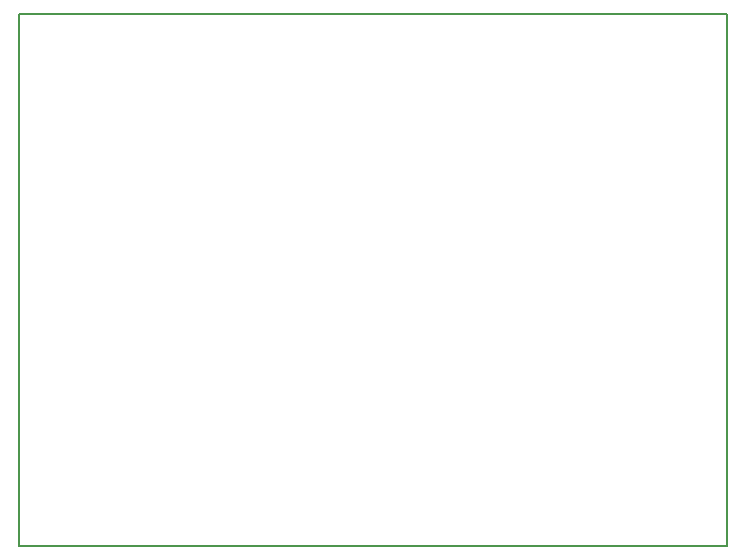
<source format=gbr>
%TF.GenerationSoftware,KiCad,Pcbnew,(6.0.1)*%
%TF.CreationDate,2022-03-22T15:32:48+01:00*%
%TF.ProjectId,HMC952_TestBoard,484d4339-3532-45f5-9465-7374426f6172,rev?*%
%TF.SameCoordinates,Original*%
%TF.FileFunction,Other,User*%
%FSLAX46Y46*%
G04 Gerber Fmt 4.6, Leading zero omitted, Abs format (unit mm)*
G04 Created by KiCad (PCBNEW (6.0.1)) date 2022-03-22 15:32:48*
%MOMM*%
%LPD*%
G01*
G04 APERTURE LIST*
%ADD10C,0.150000*%
G04 APERTURE END LIST*
D10*
X106000000Y-70000000D02*
X166000000Y-70000000D01*
X166000000Y-70000000D02*
X166000000Y-115000000D01*
X166000000Y-115000000D02*
X106000000Y-115000000D01*
X106000000Y-115000000D02*
X106000000Y-70000000D01*
M02*

</source>
